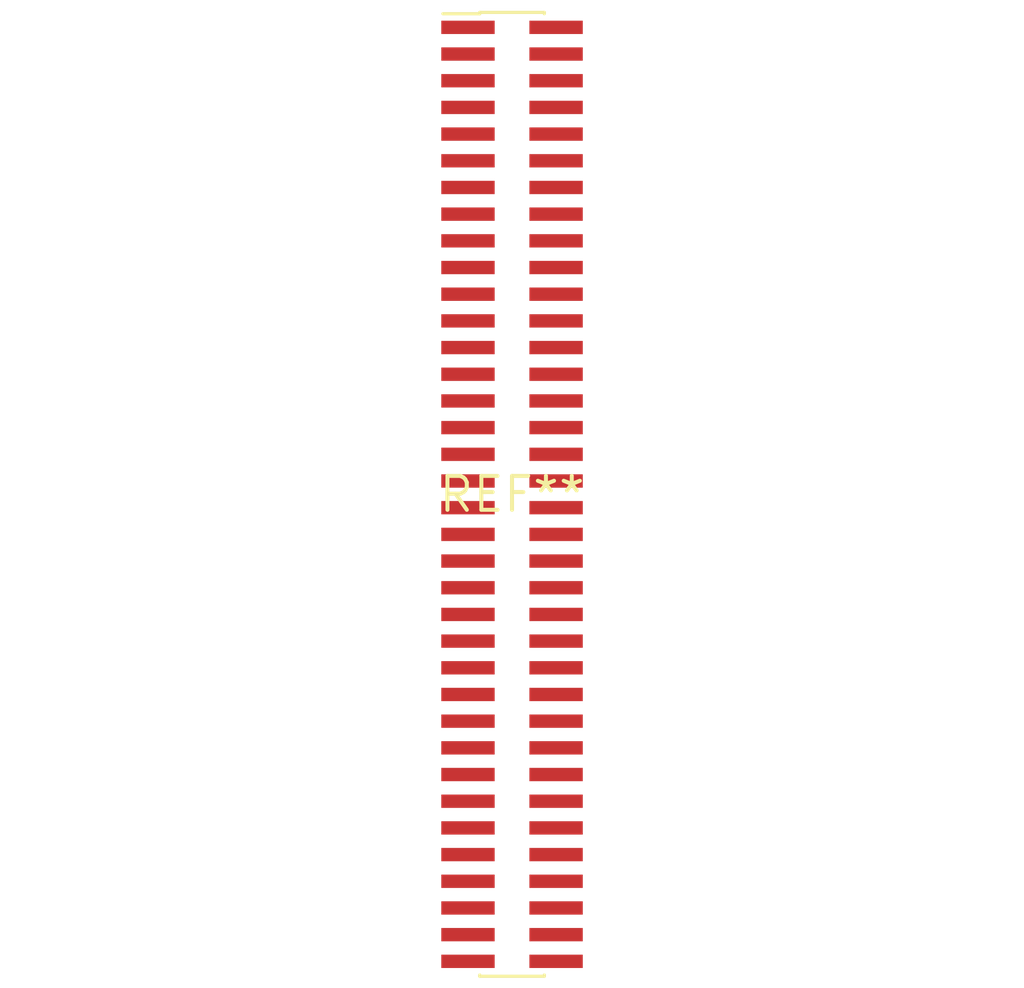
<source format=kicad_pcb>
(kicad_pcb (version 20240108) (generator pcbnew)
  (layers (0 "F.Cu" signal) (31 "B.Cu" signal) (34 "B.Paste" user) (35 "F.Paste" user) (36 "B.SilkS" user "B.Silkscreen") (37 "F.SilkS" user "F.Silkscreen") (38 "B.Mask" user) (39 "F.Mask" user) (44 "Edge.Cuts" user))
  (net 0 "")
  (footprint "PinHeader_2x36_P1.00mm_Vertical_SMD" (layer "F.Cu") (at 0 0)
    (property "Reference" "REF**")
    (property "Value" "PinHeader_2x36_P1.00mm_Vertical_SMD")
    (fp_line (start -2.59 -18.01) (end -1.21 -18.01) (layer "F.SilkS") (stroke (width 0.12)))
    (fp_line (start -1.21 -18.06) (end -1.21 -18.01) (layer "F.SilkS") (stroke (width 0.12)))
    (fp_line (start -1.21 -18.06) (end 1.21 -18.06) (layer "F.SilkS") (stroke (width 0.12)))
    (fp_line (start -1.21 18.01) (end -1.21 18.06) (layer "F.SilkS") (stroke (width 0.12)))
    (fp_line (start -1.21 18.06) (end 1.21 18.06) (layer "F.SilkS") (stroke (width 0.12)))
    (fp_line (start 1.21 -18.06) (end 1.21 -18.01) (layer "F.SilkS") (stroke (width 0.12)))
    (fp_line (start 1.21 18.01) (end 1.21 18.06) (layer "F.SilkS") (stroke (width 0.12)))
    (pad "1" smd rect (at -1.65 -17.5) (size 2 0.5) (layers "F.Cu" "F.Paste" "F.Mask"))
    (pad "2" smd rect (at 1.65 -17.5) (size 2 0.5) (layers "F.Cu" "F.Paste" "F.Mask"))
    (pad "3" smd rect (at -1.65 -16.5) (size 2 0.5) (layers "F.Cu" "F.Paste" "F.Mask"))
    (pad "4" smd rect (at 1.65 -16.5) (size 2 0.5) (layers "F.Cu" "F.Paste" "F.Mask"))
    (pad "5" smd rect (at -1.65 -15.5) (size 2 0.5) (layers "F.Cu" "F.Paste" "F.Mask"))
    (pad "6" smd rect (at 1.65 -15.5) (size 2 0.5) (layers "F.Cu" "F.Paste" "F.Mask"))
    (pad "7" smd rect (at -1.65 -14.5) (size 2 0.5) (layers "F.Cu" "F.Paste" "F.Mask"))
    (pad "8" smd rect (at 1.65 -14.5) (size 2 0.5) (layers "F.Cu" "F.Paste" "F.Mask"))
    (pad "9" smd rect (at -1.65 -13.5) (size 2 0.5) (layers "F.Cu" "F.Paste" "F.Mask"))
    (pad "10" smd rect (at 1.65 -13.5) (size 2 0.5) (layers "F.Cu" "F.Paste" "F.Mask"))
    (pad "11" smd rect (at -1.65 -12.5) (size 2 0.5) (layers "F.Cu" "F.Paste" "F.Mask"))
    (pad "12" smd rect (at 1.65 -12.5) (size 2 0.5) (layers "F.Cu" "F.Paste" "F.Mask"))
    (pad "13" smd rect (at -1.65 -11.5) (size 2 0.5) (layers "F.Cu" "F.Paste" "F.Mask"))
    (pad "14" smd rect (at 1.65 -11.5) (size 2 0.5) (layers "F.Cu" "F.Paste" "F.Mask"))
    (pad "15" smd rect (at -1.65 -10.5) (size 2 0.5) (layers "F.Cu" "F.Paste" "F.Mask"))
    (pad "16" smd rect (at 1.65 -10.5) (size 2 0.5) (layers "F.Cu" "F.Paste" "F.Mask"))
    (pad "17" smd rect (at -1.65 -9.5) (size 2 0.5) (layers "F.Cu" "F.Paste" "F.Mask"))
    (pad "18" smd rect (at 1.65 -9.5) (size 2 0.5) (layers "F.Cu" "F.Paste" "F.Mask"))
    (pad "19" smd rect (at -1.65 -8.5) (size 2 0.5) (layers "F.Cu" "F.Paste" "F.Mask"))
    (pad "20" smd rect (at 1.65 -8.5) (size 2 0.5) (layers "F.Cu" "F.Paste" "F.Mask"))
    (pad "21" smd rect (at -1.65 -7.5) (size 2 0.5) (layers "F.Cu" "F.Paste" "F.Mask"))
    (pad "22" smd rect (at 1.65 -7.5) (size 2 0.5) (layers "F.Cu" "F.Paste" "F.Mask"))
    (pad "23" smd rect (at -1.65 -6.5) (size 2 0.5) (layers "F.Cu" "F.Paste" "F.Mask"))
    (pad "24" smd rect (at 1.65 -6.5) (size 2 0.5) (layers "F.Cu" "F.Paste" "F.Mask"))
    (pad "25" smd rect (at -1.65 -5.5) (size 2 0.5) (layers "F.Cu" "F.Paste" "F.Mask"))
    (pad "26" smd rect (at 1.65 -5.5) (size 2 0.5) (layers "F.Cu" "F.Paste" "F.Mask"))
    (pad "27" smd rect (at -1.65 -4.5) (size 2 0.5) (layers "F.Cu" "F.Paste" "F.Mask"))
    (pad "28" smd rect (at 1.65 -4.5) (size 2 0.5) (layers "F.Cu" "F.Paste" "F.Mask"))
    (pad "29" smd rect (at -1.65 -3.5) (size 2 0.5) (layers "F.Cu" "F.Paste" "F.Mask"))
    (pad "30" smd rect (at 1.65 -3.5) (size 2 0.5) (layers "F.Cu" "F.Paste" "F.Mask"))
    (pad "31" smd rect (at -1.65 -2.5) (size 2 0.5) (layers "F.Cu" "F.Paste" "F.Mask"))
    (pad "32" smd rect (at 1.65 -2.5) (size 2 0.5) (layers "F.Cu" "F.Paste" "F.Mask"))
    (pad "33" smd rect (at -1.65 -1.5) (size 2 0.5) (layers "F.Cu" "F.Paste" "F.Mask"))
    (pad "34" smd rect (at 1.65 -1.5) (size 2 0.5) (layers "F.Cu" "F.Paste" "F.Mask"))
    (pad "35" smd rect (at -1.65 -0.5) (size 2 0.5) (layers "F.Cu" "F.Paste" "F.Mask"))
    (pad "36" smd rect (at 1.65 -0.5) (size 2 0.5) (layers "F.Cu" "F.Paste" "F.Mask"))
    (pad "37" smd rect (at -1.65 0.5) (size 2 0.5) (layers "F.Cu" "F.Paste" "F.Mask"))
    (pad "38" smd rect (at 1.65 0.5) (size 2 0.5) (layers "F.Cu" "F.Paste" "F.Mask"))
    (pad "39" smd rect (at -1.65 1.5) (size 2 0.5) (layers "F.Cu" "F.Paste" "F.Mask"))
    (pad "40" smd rect (at 1.65 1.5) (size 2 0.5) (layers "F.Cu" "F.Paste" "F.Mask"))
    (pad "41" smd rect (at -1.65 2.5) (size 2 0.5) (layers "F.Cu" "F.Paste" "F.Mask"))
    (pad "42" smd rect (at 1.65 2.5) (size 2 0.5) (layers "F.Cu" "F.Paste" "F.Mask"))
    (pad "43" smd rect (at -1.65 3.5) (size 2 0.5) (layers "F.Cu" "F.Paste" "F.Mask"))
    (pad "44" smd rect (at 1.65 3.5) (size 2 0.5) (layers "F.Cu" "F.Paste" "F.Mask"))
    (pad "45" smd rect (at -1.65 4.5) (size 2 0.5) (layers "F.Cu" "F.Paste" "F.Mask"))
    (pad "46" smd rect (at 1.65 4.5) (size 2 0.5) (layers "F.Cu" "F.Paste" "F.Mask"))
    (pad "47" smd rect (at -1.65 5.5) (size 2 0.5) (layers "F.Cu" "F.Paste" "F.Mask"))
    (pad "48" smd rect (at 1.65 5.5) (size 2 0.5) (layers "F.Cu" "F.Paste" "F.Mask"))
    (pad "49" smd rect (at -1.65 6.5) (size 2 0.5) (layers "F.Cu" "F.Paste" "F.Mask"))
    (pad "50" smd rect (at 1.65 6.5) (size 2 0.5) (layers "F.Cu" "F.Paste" "F.Mask"))
    (pad "51" smd rect (at -1.65 7.5) (size 2 0.5) (layers "F.Cu" "F.Paste" "F.Mask"))
    (pad "52" smd rect (at 1.65 7.5) (size 2 0.5) (layers "F.Cu" "F.Paste" "F.Mask"))
    (pad "53" smd rect (at -1.65 8.5) (size 2 0.5) (layers "F.Cu" "F.Paste" "F.Mask"))
    (pad "54" smd rect (at 1.65 8.5) (size 2 0.5) (layers "F.Cu" "F.Paste" "F.Mask"))
    (pad "55" smd rect (at -1.65 9.5) (size 2 0.5) (layers "F.Cu" "F.Paste" "F.Mask"))
    (pad "56" smd rect (at 1.65 9.5) (size 2 0.5) (layers "F.Cu" "F.Paste" "F.Mask"))
    (pad "57" smd rect (at -1.65 10.5) (size 2 0.5) (layers "F.Cu" "F.Paste" "F.Mask"))
    (pad "58" smd rect (at 1.65 10.5) (size 2 0.5) (layers "F.Cu" "F.Paste" "F.Mask"))
    (pad "59" smd rect (at -1.65 11.5) (size 2 0.5) (layers "F.Cu" "F.Paste" "F.Mask"))
    (pad "60" smd rect (at 1.65 11.5) (size 2 0.5) (layers "F.Cu" "F.Paste" "F.Mask"))
    (pad "61" smd rect (at -1.65 12.5) (size 2 0.5) (layers "F.Cu" "F.Paste" "F.Mask"))
    (pad "62" smd rect (at 1.65 12.5) (size 2 0.5) (layers "F.Cu" "F.Paste" "F.Mask"))
    (pad "63" smd rect (at -1.65 13.5) (size 2 0.5) (layers "F.Cu" "F.Paste" "F.Mask"))
    (pad "64" smd rect (at 1.65 13.5) (size 2 0.5) (layers "F.Cu" "F.Paste" "F.Mask"))
    (pad "65" smd rect (at -1.65 14.5) (size 2 0.5) (layers "F.Cu" "F.Paste" "F.Mask"))
    (pad "66" smd rect (at 1.65 14.5) (size 2 0.5) (layers "F.Cu" "F.Paste" "F.Mask"))
    (pad "67" smd rect (at -1.65 15.5) (size 2 0.5) (layers "F.Cu" "F.Paste" "F.Mask"))
    (pad "68" smd rect (at 1.65 15.5) (size 2 0.5) (layers "F.Cu" "F.Paste" "F.Mask"))
    (pad "69" smd rect (at -1.65 16.5) (size 2 0.5) (layers "F.Cu" "F.Paste" "F.Mask"))
    (pad "70" smd rect (at 1.65 16.5) (size 2 0.5) (layers "F.Cu" "F.Paste" "F.Mask"))
    (pad "71" smd rect (at -1.65 17.5) (size 2 0.5) (layers "F.Cu" "F.Paste" "F.Mask"))
    (pad "72" smd rect (at 1.65 17.5) (size 2 0.5) (layers "F.Cu" "F.Paste" "F.Mask"))
  )
)
</source>
